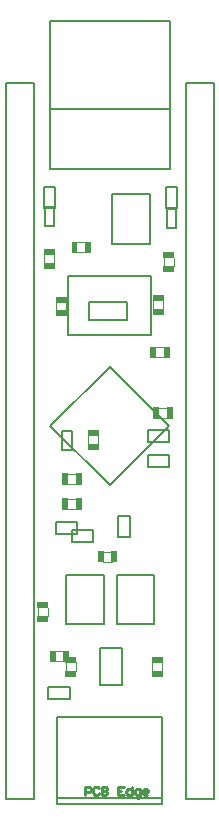
<source format=gbr>
%TF.GenerationSoftware,Altium Limited,Altium Designer,22.10.1 (41)*%
G04 Layer_Color=16711935*
%FSLAX45Y45*%
%MOMM*%
%TF.SameCoordinates,F1D13F34-3715-448E-B12D-83C564530F5A*%
%TF.FilePolarity,Positive*%
%TF.FileFunction,Other,Mechanical_13*%
%TF.Part,Single*%
G01*
G75*
%TA.AperFunction,NonConductor*%
%ADD63C,0.12700*%
%ADD64C,0.10160*%
%ADD65C,0.15240*%
%ADD66C,0.25400*%
G36*
X3493010Y2786139D02*
X3397987D01*
Y2836190D01*
X3493010D01*
Y2786139D01*
D02*
G37*
G36*
X3556212Y2445213D02*
X3506270D01*
Y2540310D01*
X3556212D01*
Y2445213D01*
D02*
G37*
G36*
X4464787Y2438788D02*
X4369690D01*
Y2488730D01*
X4464787D01*
Y2438788D01*
D02*
G37*
G36*
X3673161Y2488730D02*
X3732287D01*
Y2438788D01*
X3637190D01*
Y2445287D01*
X3623110D01*
Y2540310D01*
X3673161D01*
Y2488730D01*
D02*
G37*
G36*
X4464713Y2321839D02*
X4369690D01*
Y2371890D01*
X4464713D01*
Y2321839D01*
D02*
G37*
G36*
X3732213D02*
X3637190D01*
Y2371890D01*
X3732213D01*
Y2321839D01*
D02*
G37*
G36*
X3922987Y4243071D02*
X3827890D01*
Y4293013D01*
X3922987D01*
Y4243071D01*
D02*
G37*
G36*
X3778731Y3947188D02*
X3728789D01*
Y4042285D01*
X3778731D01*
Y3947188D01*
D02*
G37*
G36*
X3661891D02*
X3611840D01*
Y4042211D01*
X3661891D01*
Y3947188D01*
D02*
G37*
G36*
X3778861Y3735487D02*
X3728810D01*
Y3830510D01*
X3778861D01*
Y3735487D01*
D02*
G37*
G36*
X3661912Y3735413D02*
X3611970D01*
Y3830510D01*
X3661912D01*
Y3735413D01*
D02*
G37*
G36*
X4078827Y3287785D02*
X4028776D01*
Y3382808D01*
X4078827D01*
Y3287785D01*
D02*
G37*
G36*
X3961878Y3287711D02*
X3911936D01*
Y3382808D01*
X3961878D01*
Y3287711D01*
D02*
G37*
G36*
X3493010Y2903088D02*
X3397913D01*
Y2953030D01*
X3493010D01*
Y2903088D01*
D02*
G37*
G36*
X3858159Y5907790D02*
X3808109D01*
Y6002813D01*
X3858159D01*
Y5907790D01*
D02*
G37*
G36*
X3741211Y5907716D02*
X3691269D01*
Y6002813D01*
X3741211D01*
Y5907716D01*
D02*
G37*
G36*
X3551814Y5889509D02*
X3456791D01*
Y5939559D01*
X3551814D01*
Y5889509D01*
D02*
G37*
G36*
X4562015Y5863809D02*
X4466992D01*
Y5913859D01*
X4562015D01*
Y5863809D01*
D02*
G37*
G36*
X3551887Y5772669D02*
X3456791D01*
Y5822611D01*
X3551887D01*
Y5772669D01*
D02*
G37*
G36*
X4562089Y5746969D02*
X4466992D01*
Y5796911D01*
X4562089D01*
Y5746969D01*
D02*
G37*
G36*
X4472211Y5498110D02*
X4377188D01*
Y5548160D01*
X4472211D01*
Y5498110D01*
D02*
G37*
G36*
X3652212Y5488112D02*
X3557189D01*
Y5538163D01*
X3652212D01*
Y5488112D01*
D02*
G37*
G36*
X4472284Y5381270D02*
X4377188D01*
Y5431212D01*
X4472284D01*
Y5381270D01*
D02*
G37*
G36*
X3652286Y5371272D02*
X3557189D01*
Y5421214D01*
X3652286D01*
Y5371272D01*
D02*
G37*
G36*
X4523861Y5017987D02*
X4473810D01*
Y5113010D01*
X4523861D01*
Y5017987D01*
D02*
G37*
G36*
X4406912Y5017913D02*
X4356970D01*
Y5113010D01*
X4406912D01*
Y5017913D01*
D02*
G37*
G36*
X4550529Y4504490D02*
X4500587D01*
Y4599587D01*
X4550529D01*
Y4504490D01*
D02*
G37*
G36*
X4433689D02*
X4383638D01*
Y4599513D01*
X4433689D01*
Y4504490D01*
D02*
G37*
G36*
X3922913Y4359911D02*
X3827890D01*
Y4409962D01*
X3922913D01*
Y4359911D01*
D02*
G37*
D63*
X3659998Y5214999D02*
X4359998D01*
X3659998Y5714999D02*
X4359998D01*
X3659998Y5214999D02*
Y5714999D01*
X4359998Y5214999D02*
Y5714999D01*
X3934500Y2561000D02*
X4114500D01*
Y2251000D02*
Y2561000D01*
X3934500Y2251000D02*
X4114500D01*
X3934500D02*
Y2561000D01*
X4660200Y1283200D02*
X4893800D01*
X4660200D02*
Y7348800D01*
X4893800D01*
Y1283200D02*
Y7348800D01*
X3136199Y1283200D02*
X3369800D01*
X3136199D02*
Y7348800D01*
X3369800D01*
Y1283200D02*
Y7348800D01*
X3566200Y1245600D02*
X4460200D01*
X3566200Y1294600D02*
X4460200D01*
X3566200Y1980600D02*
X4460200D01*
Y1245600D02*
Y1980600D01*
X3566200Y1245600D02*
Y1980600D01*
X3507501Y7126500D02*
Y7875500D01*
X4523501D01*
Y7126500D02*
Y7875500D01*
X3507501Y7126500D02*
X4523501D01*
X3507501Y6618500D02*
Y7126500D01*
Y6618500D02*
X4523501D01*
Y7126500D01*
X3494998Y2130002D02*
X3674998D01*
X3494998Y2230002D02*
X3674998D01*
Y2130002D02*
Y2230002D01*
X3494998Y2130002D02*
Y2230002D01*
X3561500Y3530000D02*
X3741500D01*
X3561500Y3630000D02*
X3741500D01*
Y3530000D02*
Y3630000D01*
X3561500Y3530000D02*
Y3630000D01*
X3692998Y4241400D02*
Y4401401D01*
X3612999Y4241400D02*
X3692998D01*
X3612999D02*
Y4401401D01*
X3692998D01*
X4334998Y4309998D02*
X4514999D01*
X4334998Y4409998D02*
X4514999D01*
Y4309998D02*
Y4409998D01*
X4334998Y4309998D02*
Y4409998D01*
X4336002Y4095000D02*
X4516002D01*
X4336002Y4195000D02*
X4516002D01*
Y4095000D02*
Y4195000D01*
X4336002Y4095000D02*
Y4195000D01*
X3839998Y5340002D02*
X4159998D01*
X3839998Y5490002D02*
X4159998D01*
X3839998Y5340002D02*
Y5490002D01*
X4159998Y5340002D02*
Y5490002D01*
X3554424Y6286245D02*
Y6466246D01*
X3454425Y6286245D02*
Y6466246D01*
X3554424D01*
X3454425Y6286245D02*
X3554424D01*
X4587500Y6286000D02*
Y6466000D01*
X4487500Y6286000D02*
Y6466000D01*
X4587500D01*
X4487500Y6286000D02*
X4587500D01*
X3464425Y6134749D02*
Y6294749D01*
X3544424D01*
Y6134749D02*
Y6294749D01*
X3464425Y6134749D02*
X3544424D01*
X4496923Y6119750D02*
Y6279750D01*
X4576923D01*
Y6119750D02*
Y6279750D01*
X4496923Y6119750D02*
X4576923D01*
X3511477Y4444247D02*
X4013523Y3942201D01*
Y4946293D02*
X4515568Y4444247D01*
X4013523Y3942201D02*
X4515568Y4444247D01*
X3511477D02*
X4013523Y4946293D01*
X3695002Y3560002D02*
X3875002D01*
X3695002Y3460002D02*
X3875002D01*
Y3560002D01*
X3695002Y3460002D02*
Y3560002D01*
X4085998Y3499002D02*
Y3679002D01*
X4185998Y3499002D02*
Y3679002D01*
X4085998D02*
X4185998D01*
X4085998Y3499002D02*
X4185998D01*
D64*
X4471802Y5794399D02*
Y5865599D01*
X4556902Y5794399D02*
Y5865599D01*
X3461601Y5820099D02*
Y5891299D01*
X3546701Y5820099D02*
Y5891299D01*
X3553700Y2450400D02*
X3624900D01*
X3553700Y2535500D02*
X3624900D01*
X3403100Y2834400D02*
Y2905600D01*
X3488200Y2834400D02*
Y2905600D01*
X3959366Y3292898D02*
X4030566D01*
X3959366Y3377998D02*
X4030566D01*
X3659400Y3740600D02*
X3730600D01*
X3659400Y3825700D02*
X3730600D01*
X3660101Y4037098D02*
X3731301D01*
X3660101Y3951998D02*
X3731301D01*
X3917800Y4290501D02*
Y4361701D01*
X3832700Y4290501D02*
Y4361701D01*
X4431899Y4594400D02*
X4503099D01*
X4431899Y4509300D02*
X4503099D01*
X4404400Y5023100D02*
X4475600D01*
X4404400Y5108200D02*
X4475600D01*
X4467098Y5428700D02*
Y5499900D01*
X4381998Y5428700D02*
Y5499900D01*
X3647099Y5418702D02*
Y5489902D01*
X3561999Y5418702D02*
Y5489902D01*
X3738699Y5912903D02*
X3809899D01*
X3738699Y5998003D02*
X3809899D01*
X4459600Y2370100D02*
Y2441300D01*
X4374500Y2370100D02*
Y2441300D01*
X3727100Y2370100D02*
Y2441300D01*
X3642000Y2370100D02*
Y2441300D01*
D65*
X4352100Y5984700D02*
Y6404700D01*
X4032100Y5984700D02*
X4352100D01*
X4032100D02*
Y6404700D01*
X4352100D01*
X4392099Y2764701D02*
Y3184701D01*
X4072099Y2764701D02*
X4392099D01*
X4072099D02*
Y3184701D01*
X4392099D01*
X3962102Y2764701D02*
Y3184701D01*
X3642102Y2764701D02*
X3962102D01*
X3642102D02*
Y3184701D01*
X3962102D01*
D66*
X3806200Y1320600D02*
Y1390577D01*
X3841189D01*
X3852852Y1378914D01*
Y1355589D01*
X3841189Y1343926D01*
X3806200D01*
X3922829Y1378914D02*
X3911166Y1390577D01*
X3887840D01*
X3876177Y1378914D01*
Y1332263D01*
X3887840Y1320600D01*
X3911166D01*
X3922829Y1332263D01*
X3946155Y1390577D02*
Y1320600D01*
X3981144D01*
X3992807Y1332263D01*
Y1343926D01*
X3981144Y1355589D01*
X3946155D01*
X3981144D01*
X3992807Y1367252D01*
Y1378914D01*
X3981144Y1390577D01*
X3946155D01*
X4132762D02*
X4086110D01*
Y1320600D01*
X4132762D01*
X4086110Y1355589D02*
X4109436D01*
X4202739Y1390577D02*
Y1320600D01*
X4167750D01*
X4156087Y1332263D01*
Y1355589D01*
X4167750Y1367252D01*
X4202739D01*
X4249391Y1297274D02*
X4261054D01*
X4272717Y1308937D01*
Y1367252D01*
X4237728D01*
X4226065Y1355589D01*
Y1332263D01*
X4237728Y1320600D01*
X4272717D01*
X4331031D02*
X4307705D01*
X4296042Y1332263D01*
Y1355589D01*
X4307705Y1367252D01*
X4331031D01*
X4342694Y1355589D01*
Y1343926D01*
X4296042D01*
%TF.MD5,085b652446848800af88a001c610ed2b*%
M02*

</source>
